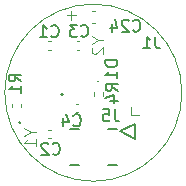
<source format=gbr>
%TF.GenerationSoftware,KiCad,Pcbnew,9.0.0*%
%TF.CreationDate,2025-03-13T16:47:56-04:00*%
%TF.ProjectId,IngestibleCapsule-Board_larger_vias,496e6765-7374-4696-926c-654361707375,rev?*%
%TF.SameCoordinates,Original*%
%TF.FileFunction,Legend,Bot*%
%TF.FilePolarity,Positive*%
%FSLAX46Y46*%
G04 Gerber Fmt 4.6, Leading zero omitted, Abs format (unit mm)*
G04 Created by KiCad (PCBNEW 9.0.0) date 2025-03-13 16:47:56*
%MOMM*%
%LPD*%
G01*
G04 APERTURE LIST*
%ADD10C,0.100000*%
%ADD11C,0.150000*%
%ADD12C,0.200000*%
%ADD13C,0.152400*%
%ADD14C,0.120000*%
%TA.AperFunction,Profile*%
%ADD15C,0.050000*%
%TD*%
G04 APERTURE END LIST*
D10*
X98496115Y-68441466D02*
X97734211Y-68441466D01*
X98115163Y-68822419D02*
X98115163Y-68060514D01*
X94681228Y-78323809D02*
X95157419Y-78323809D01*
X94157419Y-77990476D02*
X94681228Y-78323809D01*
X94681228Y-78323809D02*
X94157419Y-78657142D01*
X95157419Y-79514285D02*
X95157419Y-78942857D01*
X95157419Y-79228571D02*
X94157419Y-79228571D01*
X94157419Y-79228571D02*
X94300276Y-79133333D01*
X94300276Y-79133333D02*
X94395514Y-79038095D01*
X94395514Y-79038095D02*
X94443133Y-78942857D01*
D11*
X101793333Y-76404819D02*
X101793333Y-77119104D01*
X101793333Y-77119104D02*
X101840952Y-77261961D01*
X101840952Y-77261961D02*
X101936190Y-77357200D01*
X101936190Y-77357200D02*
X102079047Y-77404819D01*
X102079047Y-77404819D02*
X102174285Y-77404819D01*
X100840952Y-76404819D02*
X101317142Y-76404819D01*
X101317142Y-76404819D02*
X101364761Y-76881009D01*
X101364761Y-76881009D02*
X101317142Y-76833390D01*
X101317142Y-76833390D02*
X101221904Y-76785771D01*
X101221904Y-76785771D02*
X100983809Y-76785771D01*
X100983809Y-76785771D02*
X100888571Y-76833390D01*
X100888571Y-76833390D02*
X100840952Y-76881009D01*
X100840952Y-76881009D02*
X100793333Y-76976247D01*
X100793333Y-76976247D02*
X100793333Y-77214342D01*
X100793333Y-77214342D02*
X100840952Y-77309580D01*
X100840952Y-77309580D02*
X100888571Y-77357200D01*
X100888571Y-77357200D02*
X100983809Y-77404819D01*
X100983809Y-77404819D02*
X101221904Y-77404819D01*
X101221904Y-77404819D02*
X101317142Y-77357200D01*
X101317142Y-77357200D02*
X101364761Y-77309580D01*
X105233333Y-70254819D02*
X105233333Y-70969104D01*
X105233333Y-70969104D02*
X105280952Y-71111961D01*
X105280952Y-71111961D02*
X105376190Y-71207200D01*
X105376190Y-71207200D02*
X105519047Y-71254819D01*
X105519047Y-71254819D02*
X105614285Y-71254819D01*
X104233333Y-71254819D02*
X104804761Y-71254819D01*
X104519047Y-71254819D02*
X104519047Y-70254819D01*
X104519047Y-70254819D02*
X104614285Y-70397676D01*
X104614285Y-70397676D02*
X104709523Y-70492914D01*
X104709523Y-70492914D02*
X104804761Y-70540533D01*
X102054819Y-74833333D02*
X101578628Y-74500000D01*
X102054819Y-74261905D02*
X101054819Y-74261905D01*
X101054819Y-74261905D02*
X101054819Y-74642857D01*
X101054819Y-74642857D02*
X101102438Y-74738095D01*
X101102438Y-74738095D02*
X101150057Y-74785714D01*
X101150057Y-74785714D02*
X101245295Y-74833333D01*
X101245295Y-74833333D02*
X101388152Y-74833333D01*
X101388152Y-74833333D02*
X101483390Y-74785714D01*
X101483390Y-74785714D02*
X101531009Y-74738095D01*
X101531009Y-74738095D02*
X101578628Y-74642857D01*
X101578628Y-74642857D02*
X101578628Y-74261905D01*
X101388152Y-75690476D02*
X102054819Y-75690476D01*
X101007200Y-75452381D02*
X101721485Y-75214286D01*
X101721485Y-75214286D02*
X101721485Y-75833333D01*
X96554502Y-80159580D02*
X96602121Y-80207200D01*
X96602121Y-80207200D02*
X96744978Y-80254819D01*
X96744978Y-80254819D02*
X96840216Y-80254819D01*
X96840216Y-80254819D02*
X96983073Y-80207200D01*
X96983073Y-80207200D02*
X97078311Y-80111961D01*
X97078311Y-80111961D02*
X97125930Y-80016723D01*
X97125930Y-80016723D02*
X97173549Y-79826247D01*
X97173549Y-79826247D02*
X97173549Y-79683390D01*
X97173549Y-79683390D02*
X97125930Y-79492914D01*
X97125930Y-79492914D02*
X97078311Y-79397676D01*
X97078311Y-79397676D02*
X96983073Y-79302438D01*
X96983073Y-79302438D02*
X96840216Y-79254819D01*
X96840216Y-79254819D02*
X96744978Y-79254819D01*
X96744978Y-79254819D02*
X96602121Y-79302438D01*
X96602121Y-79302438D02*
X96554502Y-79350057D01*
X96173549Y-79350057D02*
X96125930Y-79302438D01*
X96125930Y-79302438D02*
X96030692Y-79254819D01*
X96030692Y-79254819D02*
X95792597Y-79254819D01*
X95792597Y-79254819D02*
X95697359Y-79302438D01*
X95697359Y-79302438D02*
X95649740Y-79350057D01*
X95649740Y-79350057D02*
X95602121Y-79445295D01*
X95602121Y-79445295D02*
X95602121Y-79540533D01*
X95602121Y-79540533D02*
X95649740Y-79683390D01*
X95649740Y-79683390D02*
X96221168Y-80254819D01*
X96221168Y-80254819D02*
X95602121Y-80254819D01*
X103367857Y-69734580D02*
X103415476Y-69782200D01*
X103415476Y-69782200D02*
X103558333Y-69829819D01*
X103558333Y-69829819D02*
X103653571Y-69829819D01*
X103653571Y-69829819D02*
X103796428Y-69782200D01*
X103796428Y-69782200D02*
X103891666Y-69686961D01*
X103891666Y-69686961D02*
X103939285Y-69591723D01*
X103939285Y-69591723D02*
X103986904Y-69401247D01*
X103986904Y-69401247D02*
X103986904Y-69258390D01*
X103986904Y-69258390D02*
X103939285Y-69067914D01*
X103939285Y-69067914D02*
X103891666Y-68972676D01*
X103891666Y-68972676D02*
X103796428Y-68877438D01*
X103796428Y-68877438D02*
X103653571Y-68829819D01*
X103653571Y-68829819D02*
X103558333Y-68829819D01*
X103558333Y-68829819D02*
X103415476Y-68877438D01*
X103415476Y-68877438D02*
X103367857Y-68925057D01*
X102986904Y-68925057D02*
X102939285Y-68877438D01*
X102939285Y-68877438D02*
X102844047Y-68829819D01*
X102844047Y-68829819D02*
X102605952Y-68829819D01*
X102605952Y-68829819D02*
X102510714Y-68877438D01*
X102510714Y-68877438D02*
X102463095Y-68925057D01*
X102463095Y-68925057D02*
X102415476Y-69020295D01*
X102415476Y-69020295D02*
X102415476Y-69115533D01*
X102415476Y-69115533D02*
X102463095Y-69258390D01*
X102463095Y-69258390D02*
X103034523Y-69829819D01*
X103034523Y-69829819D02*
X102415476Y-69829819D01*
X101558333Y-69163152D02*
X101558333Y-69829819D01*
X101796428Y-68782200D02*
X102034523Y-69496485D01*
X102034523Y-69496485D02*
X101415476Y-69496485D01*
X98316666Y-77749580D02*
X98364285Y-77797200D01*
X98364285Y-77797200D02*
X98507142Y-77844819D01*
X98507142Y-77844819D02*
X98602380Y-77844819D01*
X98602380Y-77844819D02*
X98745237Y-77797200D01*
X98745237Y-77797200D02*
X98840475Y-77701961D01*
X98840475Y-77701961D02*
X98888094Y-77606723D01*
X98888094Y-77606723D02*
X98935713Y-77416247D01*
X98935713Y-77416247D02*
X98935713Y-77273390D01*
X98935713Y-77273390D02*
X98888094Y-77082914D01*
X98888094Y-77082914D02*
X98840475Y-76987676D01*
X98840475Y-76987676D02*
X98745237Y-76892438D01*
X98745237Y-76892438D02*
X98602380Y-76844819D01*
X98602380Y-76844819D02*
X98507142Y-76844819D01*
X98507142Y-76844819D02*
X98364285Y-76892438D01*
X98364285Y-76892438D02*
X98316666Y-76940057D01*
X97459523Y-77178152D02*
X97459523Y-77844819D01*
X97697618Y-76797200D02*
X97935713Y-77511485D01*
X97935713Y-77511485D02*
X97316666Y-77511485D01*
X102024819Y-72261905D02*
X101024819Y-72261905D01*
X101024819Y-72261905D02*
X101024819Y-72500000D01*
X101024819Y-72500000D02*
X101072438Y-72642857D01*
X101072438Y-72642857D02*
X101167676Y-72738095D01*
X101167676Y-72738095D02*
X101262914Y-72785714D01*
X101262914Y-72785714D02*
X101453390Y-72833333D01*
X101453390Y-72833333D02*
X101596247Y-72833333D01*
X101596247Y-72833333D02*
X101786723Y-72785714D01*
X101786723Y-72785714D02*
X101881961Y-72738095D01*
X101881961Y-72738095D02*
X101977200Y-72642857D01*
X101977200Y-72642857D02*
X102024819Y-72500000D01*
X102024819Y-72500000D02*
X102024819Y-72261905D01*
X102024819Y-73785714D02*
X102024819Y-73214286D01*
X102024819Y-73500000D02*
X101024819Y-73500000D01*
X101024819Y-73500000D02*
X101167676Y-73404762D01*
X101167676Y-73404762D02*
X101262914Y-73309524D01*
X101262914Y-73309524D02*
X101310533Y-73214286D01*
X93854819Y-74033333D02*
X93378628Y-73700000D01*
X93854819Y-73461905D02*
X92854819Y-73461905D01*
X92854819Y-73461905D02*
X92854819Y-73842857D01*
X92854819Y-73842857D02*
X92902438Y-73938095D01*
X92902438Y-73938095D02*
X92950057Y-73985714D01*
X92950057Y-73985714D02*
X93045295Y-74033333D01*
X93045295Y-74033333D02*
X93188152Y-74033333D01*
X93188152Y-74033333D02*
X93283390Y-73985714D01*
X93283390Y-73985714D02*
X93331009Y-73938095D01*
X93331009Y-73938095D02*
X93378628Y-73842857D01*
X93378628Y-73842857D02*
X93378628Y-73461905D01*
X93854819Y-74985714D02*
X93854819Y-74414286D01*
X93854819Y-74700000D02*
X92854819Y-74700000D01*
X92854819Y-74700000D02*
X92997676Y-74604762D01*
X92997676Y-74604762D02*
X93092914Y-74509524D01*
X93092914Y-74509524D02*
X93140533Y-74414286D01*
X96446666Y-70199580D02*
X96494285Y-70247200D01*
X96494285Y-70247200D02*
X96637142Y-70294819D01*
X96637142Y-70294819D02*
X96732380Y-70294819D01*
X96732380Y-70294819D02*
X96875237Y-70247200D01*
X96875237Y-70247200D02*
X96970475Y-70151961D01*
X96970475Y-70151961D02*
X97018094Y-70056723D01*
X97018094Y-70056723D02*
X97065713Y-69866247D01*
X97065713Y-69866247D02*
X97065713Y-69723390D01*
X97065713Y-69723390D02*
X97018094Y-69532914D01*
X97018094Y-69532914D02*
X96970475Y-69437676D01*
X96970475Y-69437676D02*
X96875237Y-69342438D01*
X96875237Y-69342438D02*
X96732380Y-69294819D01*
X96732380Y-69294819D02*
X96637142Y-69294819D01*
X96637142Y-69294819D02*
X96494285Y-69342438D01*
X96494285Y-69342438D02*
X96446666Y-69390057D01*
X95494285Y-70294819D02*
X96065713Y-70294819D01*
X95779999Y-70294819D02*
X95779999Y-69294819D01*
X95779999Y-69294819D02*
X95875237Y-69437676D01*
X95875237Y-69437676D02*
X95970475Y-69532914D01*
X95970475Y-69532914D02*
X96065713Y-69580533D01*
X98966666Y-70159580D02*
X99014285Y-70207200D01*
X99014285Y-70207200D02*
X99157142Y-70254819D01*
X99157142Y-70254819D02*
X99252380Y-70254819D01*
X99252380Y-70254819D02*
X99395237Y-70207200D01*
X99395237Y-70207200D02*
X99490475Y-70111961D01*
X99490475Y-70111961D02*
X99538094Y-70016723D01*
X99538094Y-70016723D02*
X99585713Y-69826247D01*
X99585713Y-69826247D02*
X99585713Y-69683390D01*
X99585713Y-69683390D02*
X99538094Y-69492914D01*
X99538094Y-69492914D02*
X99490475Y-69397676D01*
X99490475Y-69397676D02*
X99395237Y-69302438D01*
X99395237Y-69302438D02*
X99252380Y-69254819D01*
X99252380Y-69254819D02*
X99157142Y-69254819D01*
X99157142Y-69254819D02*
X99014285Y-69302438D01*
X99014285Y-69302438D02*
X98966666Y-69350057D01*
X98633332Y-69254819D02*
X98014285Y-69254819D01*
X98014285Y-69254819D02*
X98347618Y-69635771D01*
X98347618Y-69635771D02*
X98204761Y-69635771D01*
X98204761Y-69635771D02*
X98109523Y-69683390D01*
X98109523Y-69683390D02*
X98061904Y-69731009D01*
X98061904Y-69731009D02*
X98014285Y-69826247D01*
X98014285Y-69826247D02*
X98014285Y-70064342D01*
X98014285Y-70064342D02*
X98061904Y-70159580D01*
X98061904Y-70159580D02*
X98109523Y-70207200D01*
X98109523Y-70207200D02*
X98204761Y-70254819D01*
X98204761Y-70254819D02*
X98490475Y-70254819D01*
X98490475Y-70254819D02*
X98585713Y-70207200D01*
X98585713Y-70207200D02*
X98633332Y-70159580D01*
D10*
X100381228Y-70523809D02*
X100857419Y-70523809D01*
X99857419Y-70190476D02*
X100381228Y-70523809D01*
X100381228Y-70523809D02*
X99857419Y-70857142D01*
X99952657Y-71142857D02*
X99905038Y-71190476D01*
X99905038Y-71190476D02*
X99857419Y-71285714D01*
X99857419Y-71285714D02*
X99857419Y-71523809D01*
X99857419Y-71523809D02*
X99905038Y-71619047D01*
X99905038Y-71619047D02*
X99952657Y-71666666D01*
X99952657Y-71666666D02*
X100047895Y-71714285D01*
X100047895Y-71714285D02*
X100143133Y-71714285D01*
X100143133Y-71714285D02*
X100285990Y-71666666D01*
X100285990Y-71666666D02*
X100857419Y-71095238D01*
X100857419Y-71095238D02*
X100857419Y-71714285D01*
D12*
%TO.C,Y1*%
X93837753Y-77532597D02*
G75*
G02*
X93677753Y-77532597I-80000J0D01*
G01*
X93677753Y-77532597D02*
G75*
G02*
X93837753Y-77532597I80000J0D01*
G01*
D13*
%TO.C,J5*%
X98000004Y-78035001D02*
X98769959Y-78035001D01*
X98769959Y-81165000D02*
X98000004Y-81165000D01*
X101230041Y-78035001D02*
X101999996Y-78035001D01*
X101999996Y-81165000D02*
X101230041Y-81165000D01*
X102253996Y-78285000D02*
X103523996Y-77650000D01*
X103523996Y-77650000D02*
X103523996Y-78920000D01*
X103523996Y-78920000D02*
X102253996Y-78285000D01*
D14*
%TO.C,J1*%
X103195000Y-76240000D02*
X103195000Y-76875000D01*
X103195000Y-76875000D02*
X103830000Y-76875000D01*
%TO.C,R4*%
X100020000Y-74946359D02*
X100020000Y-75253641D01*
X100780000Y-74946359D02*
X100780000Y-75253641D01*
%TO.C,C2*%
X96387836Y-78140000D02*
X96172164Y-78140000D01*
X96387836Y-78860000D02*
X96172164Y-78860000D01*
%TO.C,C24*%
X99859420Y-68090000D02*
X100140580Y-68090000D01*
X99859420Y-69110000D02*
X100140580Y-69110000D01*
%TO.C,C4*%
X98512164Y-75940000D02*
X98727836Y-75940000D01*
X98512164Y-76660000D02*
X98727836Y-76660000D01*
D10*
%TO.C,D1*%
X100450000Y-74090000D02*
G75*
G02*
X100350000Y-74090000I-50000J0D01*
G01*
X100350000Y-74090000D02*
G75*
G02*
X100450000Y-74090000I50000J0D01*
G01*
D14*
%TO.C,R1*%
X93120000Y-75946359D02*
X93120000Y-76253641D01*
X93880000Y-75946359D02*
X93880000Y-76253641D01*
%TO.C,C1*%
X96387836Y-70640000D02*
X96172164Y-70640000D01*
X96387836Y-71360000D02*
X96172164Y-71360000D01*
%TO.C,C3*%
X98592164Y-70640000D02*
X98807836Y-70640000D01*
X98592164Y-71360000D02*
X98807836Y-71360000D01*
D12*
%TO.C,Y2*%
X97413228Y-75149871D02*
G75*
G02*
X97253228Y-75149871I-80000J0D01*
G01*
X97253228Y-75149871D02*
G75*
G02*
X97413228Y-75149871I80000J0D01*
G01*
%TD*%
D15*
X107500000Y-75000000D02*
G75*
G02*
X92500000Y-75000000I-7500000J0D01*
G01*
X92500000Y-75000000D02*
G75*
G02*
X107500000Y-75000000I7500000J0D01*
G01*
M02*

</source>
